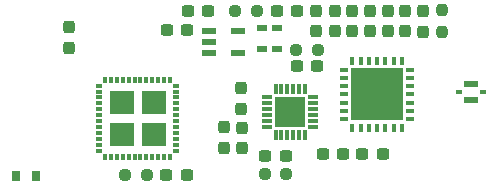
<source format=gbr>
%TF.GenerationSoftware,KiCad,Pcbnew,8.0.6-8.0.6-0~ubuntu24.04.1*%
%TF.CreationDate,2024-10-27T16:32:26+01:00*%
%TF.ProjectId,LoRa,4c6f5261-2e6b-4696-9361-645f70636258,rev?*%
%TF.SameCoordinates,Original*%
%TF.FileFunction,Paste,Top*%
%TF.FilePolarity,Positive*%
%FSLAX46Y46*%
G04 Gerber Fmt 4.6, Leading zero omitted, Abs format (unit mm)*
G04 Created by KiCad (PCBNEW 8.0.6-8.0.6-0~ubuntu24.04.1) date 2024-10-27 16:32:26*
%MOMM*%
%LPD*%
G01*
G04 APERTURE LIST*
G04 Aperture macros list*
%AMRoundRect*
0 Rectangle with rounded corners*
0 $1 Rounding radius*
0 $2 $3 $4 $5 $6 $7 $8 $9 X,Y pos of 4 corners*
0 Add a 4 corners polygon primitive as box body*
4,1,4,$2,$3,$4,$5,$6,$7,$8,$9,$2,$3,0*
0 Add four circle primitives for the rounded corners*
1,1,$1+$1,$2,$3*
1,1,$1+$1,$4,$5*
1,1,$1+$1,$6,$7*
1,1,$1+$1,$8,$9*
0 Add four rect primitives between the rounded corners*
20,1,$1+$1,$2,$3,$4,$5,0*
20,1,$1+$1,$4,$5,$6,$7,0*
20,1,$1+$1,$6,$7,$8,$9,0*
20,1,$1+$1,$8,$9,$2,$3,0*%
G04 Aperture macros list end*
%ADD10C,0.010000*%
%ADD11RoundRect,0.237500X-0.237500X0.300000X-0.237500X-0.300000X0.237500X-0.300000X0.237500X0.300000X0*%
%ADD12RoundRect,0.237500X-0.250000X-0.237500X0.250000X-0.237500X0.250000X0.237500X-0.250000X0.237500X0*%
%ADD13RoundRect,0.237500X0.300000X0.237500X-0.300000X0.237500X-0.300000X-0.237500X0.300000X-0.237500X0*%
%ADD14RoundRect,0.237500X0.237500X-0.300000X0.237500X0.300000X-0.237500X0.300000X-0.237500X-0.300000X0*%
%ADD15RoundRect,0.237500X-0.300000X-0.237500X0.300000X-0.237500X0.300000X0.237500X-0.300000X0.237500X0*%
%ADD16RoundRect,0.237500X0.250000X0.237500X-0.250000X0.237500X-0.250000X-0.237500X0.250000X-0.237500X0*%
%ADD17R,1.200000X0.600000*%
%ADD18R,0.750000X0.950000*%
%ADD19R,0.825000X0.630000*%
%ADD20R,0.700000X0.400000*%
%ADD21R,0.400000X0.700000*%
%ADD22R,4.400000X4.400000*%
%ADD23RoundRect,0.237500X-0.237500X0.250000X-0.237500X-0.250000X0.237500X-0.250000X0.237500X0.250000X0*%
%ADD24RoundRect,0.043750X0.131250X-0.181250X0.131250X0.181250X-0.131250X0.181250X-0.131250X-0.181250X0*%
%ADD25RoundRect,0.043750X0.181250X-0.131250X0.181250X0.131250X-0.181250X0.131250X-0.181250X-0.131250X0*%
%ADD26R,0.300000X0.850000*%
%ADD27R,0.850000X0.300000*%
%ADD28R,2.650000X2.650000*%
%ADD29R,0.550000X0.350000*%
%ADD30R,1.250000X0.550000*%
G04 APERTURE END LIST*
D10*
%TO.C,U1*%
X107317500Y-79305000D02*
X105407500Y-79305000D01*
X105407500Y-77395000D01*
X107317500Y-77395000D01*
X107317500Y-79305000D01*
G36*
X107317500Y-79305000D02*
G01*
X105407500Y-79305000D01*
X105407500Y-77395000D01*
X107317500Y-77395000D01*
X107317500Y-79305000D01*
G37*
X107317500Y-82005000D02*
X105407500Y-82005000D01*
X105407500Y-80095000D01*
X107317500Y-80095000D01*
X107317500Y-82005000D01*
G36*
X107317500Y-82005000D02*
G01*
X105407500Y-82005000D01*
X105407500Y-80095000D01*
X107317500Y-80095000D01*
X107317500Y-82005000D01*
G37*
X110017500Y-79305000D02*
X108107500Y-79305000D01*
X108107500Y-77395000D01*
X110017500Y-77395000D01*
X110017500Y-79305000D01*
G36*
X110017500Y-79305000D02*
G01*
X108107500Y-79305000D01*
X108107500Y-77395000D01*
X110017500Y-77395000D01*
X110017500Y-79305000D01*
G37*
X110017500Y-82005000D02*
X108107500Y-82005000D01*
X108107500Y-80095000D01*
X110017500Y-80095000D01*
X110017500Y-82005000D01*
G36*
X110017500Y-82005000D02*
G01*
X108107500Y-82005000D01*
X108107500Y-80095000D01*
X110017500Y-80095000D01*
X110017500Y-82005000D01*
G37*
%TD*%
D11*
%TO.C,C14*%
X115000000Y-80487500D03*
X115000000Y-82212500D03*
%TD*%
D12*
%TO.C,FB2*%
X118487500Y-84450000D03*
X120312500Y-84450000D03*
%TD*%
D13*
%TO.C,C22*%
X125100000Y-82700000D03*
X123375000Y-82700000D03*
%TD*%
D14*
%TO.C,C15*%
X116500000Y-78912500D03*
X116500000Y-77187500D03*
%TD*%
D11*
%TO.C,C13*%
X116600000Y-80500000D03*
X116600000Y-82225000D03*
%TD*%
D15*
%TO.C,C9*%
X119512500Y-70600000D03*
X121237500Y-70600000D03*
%TD*%
D16*
%TO.C,R8*%
X122975000Y-73900000D03*
X121150000Y-73900000D03*
%TD*%
D17*
%TO.C,IC4*%
X113750000Y-72300000D03*
X113750000Y-73250000D03*
X113750000Y-74200000D03*
X116250000Y-74200000D03*
X116250000Y-72300000D03*
%TD*%
D13*
%TO.C,C5*%
X111900000Y-72250000D03*
X110175000Y-72250000D03*
%TD*%
D14*
%TO.C,C26*%
X128900000Y-72362500D03*
X128900000Y-70637500D03*
%TD*%
D18*
%TO.C,ANT1*%
X99150000Y-84600000D03*
X97450000Y-84600000D03*
%TD*%
D19*
%TO.C,Y2*%
X118262500Y-72040000D03*
X118262500Y-73860000D03*
X119487500Y-73860000D03*
X119487500Y-72040000D03*
%TD*%
D12*
%TO.C,FB3*%
X115962500Y-70600000D03*
X117787500Y-70600000D03*
%TD*%
D13*
%TO.C,C18*%
X113712500Y-70650000D03*
X111987500Y-70650000D03*
%TD*%
D20*
%TO.C,IC3*%
X125200000Y-75600000D03*
X125200000Y-76300000D03*
X125200000Y-77000000D03*
X125200000Y-77700000D03*
X125200000Y-78400000D03*
X125200000Y-79100000D03*
X125200000Y-79800000D03*
D21*
X125900000Y-80500000D03*
X126600000Y-80500000D03*
X127300000Y-80500000D03*
X128000000Y-80500000D03*
X128700000Y-80500000D03*
X129400000Y-80500000D03*
X130100000Y-80500000D03*
D20*
X130800000Y-79800000D03*
X130800000Y-79100000D03*
X130800000Y-78400000D03*
X130800000Y-77700000D03*
X130800000Y-77000000D03*
X130800000Y-76300000D03*
X130800000Y-75600000D03*
D21*
X130100000Y-74900000D03*
X129400000Y-74900000D03*
X128700000Y-74900000D03*
X128000000Y-74900000D03*
X127300000Y-74900000D03*
X126600000Y-74900000D03*
X125900000Y-74900000D03*
D22*
X128000000Y-77700000D03*
%TD*%
D15*
%TO.C,C21*%
X126737500Y-82700000D03*
X128462500Y-82700000D03*
%TD*%
D23*
%TO.C,FB1*%
X133450000Y-70587500D03*
X133450000Y-72412500D03*
%TD*%
D14*
%TO.C,C20*%
X124400000Y-72362500D03*
X124400000Y-70637500D03*
%TD*%
D13*
%TO.C,C8*%
X122912500Y-75300000D03*
X121187500Y-75300000D03*
%TD*%
D24*
%TO.C,U1*%
X104962500Y-82965000D03*
X105462500Y-82965000D03*
X105962500Y-82965000D03*
X106462500Y-82965000D03*
X106962500Y-82965000D03*
X107462500Y-82965000D03*
X107962500Y-82965000D03*
X108462500Y-82965000D03*
X108962500Y-82965000D03*
X109462500Y-82965000D03*
X109962500Y-82965000D03*
X110462500Y-82965000D03*
D25*
X110977500Y-82450000D03*
X110977500Y-81950000D03*
X110977500Y-81450000D03*
X110977500Y-80950000D03*
X110977500Y-80450000D03*
X110977500Y-79950000D03*
X110977500Y-79450000D03*
X110977500Y-78950000D03*
X110977500Y-78450000D03*
X110977500Y-77950000D03*
X110977500Y-77450000D03*
X110977500Y-76950000D03*
D24*
X110462500Y-76435000D03*
X109962500Y-76435000D03*
X109462500Y-76435000D03*
X108962500Y-76435000D03*
X108462500Y-76435000D03*
X107962500Y-76435000D03*
X107462500Y-76435000D03*
X106962500Y-76435000D03*
X106462500Y-76435000D03*
X105962500Y-76435000D03*
X105462500Y-76435000D03*
X104962500Y-76435000D03*
D25*
X104447500Y-76950000D03*
X104447500Y-77450000D03*
X104447500Y-77950000D03*
X104447500Y-78450000D03*
X104447500Y-78950000D03*
X104447500Y-79450000D03*
X104447500Y-79950000D03*
X104447500Y-80450000D03*
X104447500Y-80950000D03*
X104447500Y-81450000D03*
X104447500Y-81950000D03*
X104447500Y-82450000D03*
%TD*%
D12*
%TO.C,R2*%
X106675000Y-84500000D03*
X108500000Y-84500000D03*
%TD*%
D26*
%TO.C,IC1*%
X121900000Y-77250000D03*
X121400000Y-77250000D03*
X120900000Y-77250000D03*
X120400000Y-77250000D03*
X119900000Y-77250000D03*
X119400000Y-77250000D03*
D27*
X118700000Y-77950000D03*
X118700000Y-78450000D03*
X118700000Y-78950000D03*
X118700000Y-79450000D03*
X118700000Y-79950000D03*
X118700000Y-80450000D03*
D26*
X119400000Y-81150000D03*
X119900000Y-81150000D03*
X120400000Y-81150000D03*
X120900000Y-81150000D03*
X121400000Y-81150000D03*
X121900000Y-81150000D03*
D27*
X122600000Y-80450000D03*
X122600000Y-79950000D03*
X122600000Y-79450000D03*
X122600000Y-78950000D03*
X122600000Y-78450000D03*
X122600000Y-77950000D03*
D28*
X120650000Y-79200000D03*
%TD*%
D14*
%TO.C,C24*%
X131900000Y-72375000D03*
X131900000Y-70650000D03*
%TD*%
%TO.C,C19*%
X125900000Y-72362500D03*
X125900000Y-70637500D03*
%TD*%
%TO.C,C4*%
X101950000Y-73725000D03*
X101950000Y-72000000D03*
%TD*%
D29*
%TO.C,FL1*%
X134950000Y-77500000D03*
D30*
X135975000Y-78150000D03*
D29*
X137000000Y-77500000D03*
D30*
X135975000Y-76850000D03*
%TD*%
D14*
%TO.C,C17*%
X122850000Y-72362500D03*
X122850000Y-70637500D03*
%TD*%
D13*
%TO.C,C16*%
X120262500Y-82950000D03*
X118537500Y-82950000D03*
%TD*%
D14*
%TO.C,C25*%
X130400000Y-72362500D03*
X130400000Y-70637500D03*
%TD*%
%TO.C,C23*%
X127400000Y-72362500D03*
X127400000Y-70637500D03*
%TD*%
D15*
%TO.C,C3*%
X110137500Y-84500000D03*
X111862500Y-84500000D03*
%TD*%
M02*

</source>
